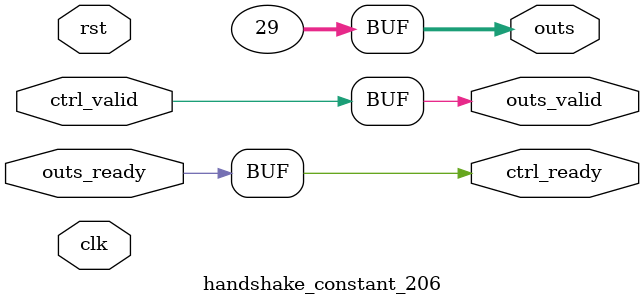
<source format=v>
`timescale 1ns / 1ps
module handshake_constant_206 #(
  parameter DATA_WIDTH = 32  // Default set to 32 bits
) (
  input                       clk,
  input                       rst,
  // Input Channel
  input                       ctrl_valid,
  output                      ctrl_ready,
  // Output Channel
  output [DATA_WIDTH - 1 : 0] outs,
  output                      outs_valid,
  input                       outs_ready
);
  assign outs       = 6'b011101;
  assign outs_valid = ctrl_valid;
  assign ctrl_ready = outs_ready;

endmodule

</source>
